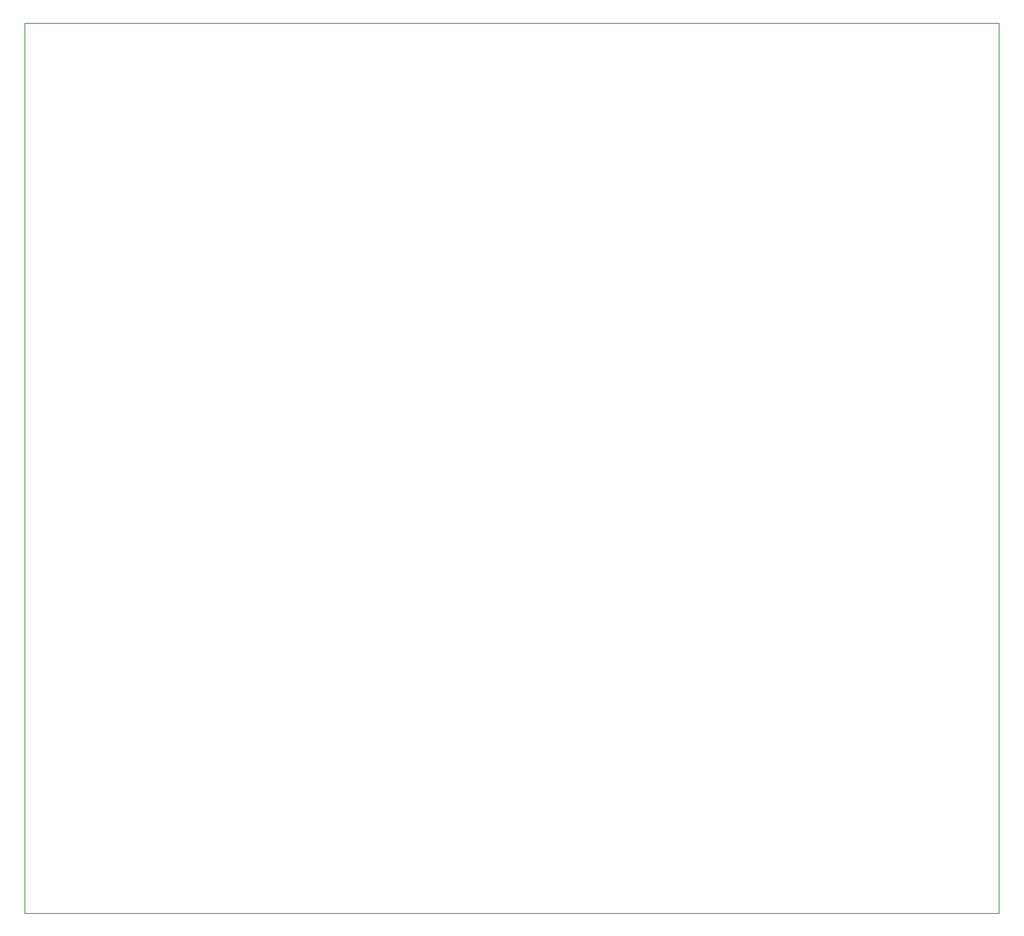
<source format=gbr>
%TF.GenerationSoftware,KiCad,Pcbnew,8.0.8*%
%TF.CreationDate,2025-02-21T18:04:56+11:00*%
%TF.ProjectId,panel,70616e65-6c2e-46b6-9963-61645f706362,rev?*%
%TF.SameCoordinates,Original*%
%TF.FileFunction,Profile,NP*%
%FSLAX46Y46*%
G04 Gerber Fmt 4.6, Leading zero omitted, Abs format (unit mm)*
G04 Created by KiCad (PCBNEW 8.0.8) date 2025-02-21 18:04:56*
%MOMM*%
%LPD*%
G01*
G04 APERTURE LIST*
%TA.AperFunction,Profile*%
%ADD10C,0.100000*%
%TD*%
G04 APERTURE END LIST*
D10*
X200570000Y-115279500D02*
X200570000Y-110279500D01*
X96430000Y-47319500D02*
X96430000Y-57479500D01*
X96430000Y-57479500D02*
X96430000Y-67639500D01*
X96430000Y-26999500D02*
X96430000Y-37159500D01*
X96430000Y-20000000D02*
X96430000Y-25000000D01*
X96430000Y-109279500D02*
X96430000Y-110279500D01*
X96430000Y-110279500D02*
X96430000Y-115279500D01*
X200570000Y-25000000D02*
X200570000Y-20000000D01*
X200570000Y-47319500D02*
X200570000Y-37159500D01*
X96430000Y-25999500D02*
X96430000Y-26999500D01*
X96430000Y-67639500D02*
X96430000Y-77799500D01*
X200570000Y-25999500D02*
X200570000Y-25000000D01*
X96430000Y-108279500D02*
X96430000Y-109279500D01*
X96430000Y-77799500D02*
X96430000Y-87959500D01*
X200570000Y-109279500D02*
X200570000Y-108279500D01*
X200570000Y-26999500D02*
X200570000Y-25999500D01*
X200570000Y-110279500D02*
X200570000Y-109279500D01*
X200570000Y-87959500D02*
X200570000Y-77799500D01*
X96430000Y-37159500D02*
X96430000Y-47319500D01*
X200570000Y-77799500D02*
X200570000Y-67639500D01*
X96430000Y-25000000D02*
X96430000Y-25999500D01*
X96430000Y-98119500D02*
X96430000Y-108279500D01*
X200570000Y-67639500D02*
X200570000Y-57479500D01*
X200570000Y-98119500D02*
X200570000Y-87959500D01*
X200570000Y-57479500D02*
X200570000Y-47319500D01*
X96430000Y-87959500D02*
X96430000Y-98119500D01*
X96430000Y-115279500D02*
X200570000Y-115279500D01*
X200570000Y-20000000D02*
X96430000Y-20000000D01*
X200570000Y-108279500D02*
X200570000Y-98119500D01*
X200570000Y-37159500D02*
X200570000Y-26999500D01*
M02*

</source>
